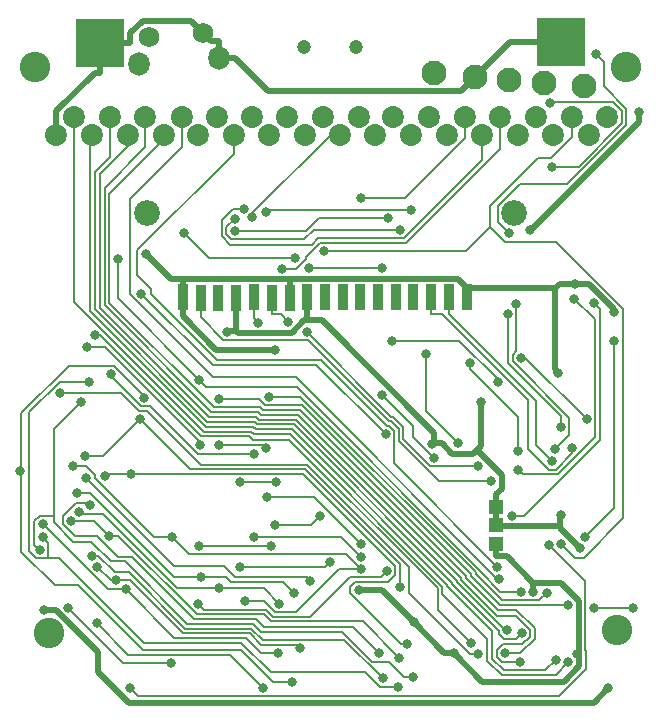
<source format=gbr>
%TF.GenerationSoftware,KiCad,Pcbnew,(6.0.2)*%
%TF.CreationDate,2022-11-15T22:57:49-06:00*%
%TF.ProjectId,REF1714,52454631-3731-4342-9e6b-696361645f70,rev?*%
%TF.SameCoordinates,Original*%
%TF.FileFunction,Copper,L2,Bot*%
%TF.FilePolarity,Positive*%
%FSLAX46Y46*%
G04 Gerber Fmt 4.6, Leading zero omitted, Abs format (unit mm)*
G04 Created by KiCad (PCBNEW (6.0.2)) date 2022-11-15 22:57:49*
%MOMM*%
%LPD*%
G01*
G04 APERTURE LIST*
%TA.AperFunction,ComponentPad*%
%ADD10C,2.100000*%
%TD*%
%TA.AperFunction,ComponentPad*%
%ADD11C,1.860000*%
%TD*%
%TA.AperFunction,ComponentPad*%
%ADD12O,1.800000X2.000000*%
%TD*%
%TA.AperFunction,ComponentPad*%
%ADD13C,1.750000*%
%TD*%
%TA.AperFunction,ComponentPad*%
%ADD14C,1.200000*%
%TD*%
%TA.AperFunction,SMDPad,CuDef*%
%ADD15R,0.950000X2.250000*%
%TD*%
%TA.AperFunction,SMDPad,CuDef*%
%ADD16R,4.170000X4.120000*%
%TD*%
%TA.AperFunction,ComponentPad*%
%ADD17C,2.180000*%
%TD*%
%TA.AperFunction,ComponentPad*%
%ADD18C,2.580000*%
%TD*%
%TA.AperFunction,SMDPad,CuDef*%
%ADD19R,1.300000X1.250000*%
%TD*%
%TA.AperFunction,ViaPad*%
%ADD20C,0.800000*%
%TD*%
%TA.AperFunction,Conductor*%
%ADD21C,0.200000*%
%TD*%
%TA.AperFunction,Conductor*%
%ADD22C,0.500000*%
%TD*%
G04 APERTURE END LIST*
D10*
%TO.P,J2,1,A*%
%TO.N,/GND*%
X163254000Y-70184000D03*
%TO.P,J2,2,B*%
%TO.N,/Switch*%
X166198000Y-70421000D03*
%TO.P,J2,3,C*%
%TO.N,unconnected-(J2-Pad3)*%
X169095000Y-70697000D03*
%TO.P,J2,4,Case_GND*%
%TO.N,unconnected-(J2-Pad4)*%
X159809000Y-69863000D03*
%TO.P,J2,5,Case_GND*%
%TO.N,unconnected-(J2-Pad5)*%
X172509200Y-70935000D03*
%TD*%
D11*
%TO.P,J4,1,+3.3V/+5V*%
%TO.N,/VCC*%
X174476000Y-73571000D03*
%TO.P,J4,2,Clock*%
%TO.N,unconnected-(J4-Pad2)*%
X172929500Y-75079000D03*
%TO.P,J4,3,/WR*%
%TO.N,/Write*%
X171461100Y-73570900D03*
%TO.P,J4,4,/RD*%
%TO.N,/Rd_Game*%
X169913000Y-75077000D03*
%TO.P,J4,5,/CS.ROM*%
%TO.N,/CS.Rom.Game*%
X168443000Y-73571000D03*
%TO.P,J4,6,AD0*%
%TO.N,/AD0*%
X166897000Y-75079000D03*
%TO.P,J4,7,AD1*%
%TO.N,/AD1*%
X165428600Y-73570900D03*
%TO.P,J4,8,AD2*%
%TO.N,/AD2*%
X163879000Y-75078000D03*
%TO.P,J4,9,AD3*%
%TO.N,/AD3*%
X162453000Y-73572000D03*
%TO.P,J4,10,AD4*%
%TO.N,/AD4*%
X160904200Y-75079000D03*
%TO.P,J4,11,AD5*%
%TO.N,/AD5*%
X159396100Y-73570900D03*
%TO.P,J4,12,AD6*%
%TO.N,/AD6*%
X157844000Y-75079000D03*
%TO.P,J4,13,AD7*%
%TO.N,/AD7*%
X156379800Y-73570900D03*
%TO.P,J4,14,AD8*%
%TO.N,/AD8*%
X154830000Y-75079000D03*
%TO.P,J4,15,AD9*%
%TO.N,/AD9*%
X153444000Y-73570000D03*
%TO.P,J4,16,AD10*%
%TO.N,/AD10*%
X151893000Y-75080000D03*
%TO.P,J4,17,AD11*%
%TO.N,/AD11*%
X150423000Y-73571000D03*
%TO.P,J4,18,AD12*%
%TO.N,/AD12*%
X148878000Y-75078000D03*
%TO.P,J4,19,AD13*%
%TO.N,/AD13*%
X147409000Y-73572000D03*
%TO.P,J4,20,AD14*%
%TO.N,/AD14*%
X145861000Y-75080000D03*
%TO.P,J4,21,AD15*%
%TO.N,/AD15*%
X144393000Y-73570000D03*
%TO.P,J4,22,A16*%
%TO.N,/A16*%
X142848000Y-75078000D03*
%TO.P,J4,23,A17*%
%TO.N,/A17*%
X141415000Y-73569000D03*
%TO.P,J4,24,A18*%
%TO.N,/A18*%
X139871000Y-75079000D03*
%TO.P,J4,25,A19*%
%TO.N,/A19*%
X138480000Y-73574000D03*
%TO.P,J4,26,A20*%
%TO.N,/A20*%
X136929000Y-75077000D03*
%TO.P,J4,27,A21*%
%TO.N,/A21*%
X135384000Y-73572000D03*
%TO.P,J4,28,A22*%
%TO.N,/A22*%
X133877000Y-75079000D03*
%TO.P,J4,29,A23*%
%TO.N,/A23*%
X132370000Y-73572000D03*
%TO.P,J4,30,/CS.SRAM*%
%TO.N,/CS.SRAM*%
X130863000Y-75087000D03*
%TO.P,J4,31,/REQ*%
%TO.N,/REQ*%
X129348000Y-73572000D03*
%TO.P,J4,32,GND*%
%TO.N,/GND*%
X127844500Y-75079000D03*
%TD*%
D12*
%TO.P,SW1,1,1*%
%TO.N,unconnected-(SW1-Pad1)*%
X134808000Y-69065000D03*
D13*
%TO.P,SW1,2,2*%
%TO.N,/Button*%
X135711000Y-66809000D03*
%TO.P,SW1,3,3*%
%TO.N,/GND*%
X140278000Y-66491000D03*
D12*
%TO.P,SW1,4,4*%
X141637000Y-68599000D03*
%TD*%
D14*
%TO.P,J1,10*%
%TO.N,N/C*%
X148811000Y-67654000D03*
%TO.P,J1,11*%
X153218000Y-67654000D03*
%TD*%
D15*
%TO.P,U3,1,GND*%
%TO.N,/GND*%
X138529000Y-88869000D03*
%TO.P,U3,2,CLK*%
%TO.N,/NDS.Clk*%
X140046000Y-88875000D03*
%TO.P,U3,3,N/C*%
%TO.N,unconnected-(U3-Pad3)*%
X141552000Y-88878000D03*
%TO.P,U3,4,CS1*%
%TO.N,/VCC*%
X143059000Y-88876000D03*
%TO.P,U3,5,Reset*%
%TO.N,/NDS.Reset*%
X144565000Y-88869000D03*
%TO.P,U3,6,CS2*%
%TO.N,/NDS.CS2*%
X146074000Y-88872000D03*
%TO.P,U3,7,IRQ*%
%TO.N,/GND*%
X147586000Y-88873000D03*
%TO.P,U3,8,VCC*%
%TO.N,/VCC*%
X149089000Y-88867000D03*
%TO.P,U3,9,D0*%
%TO.N,unconnected-(U3-Pad9)*%
X150560000Y-88869000D03*
%TO.P,U3,10,D1*%
%TO.N,unconnected-(U3-Pad10)*%
X152108000Y-88871000D03*
%TO.P,U3,11,D2*%
%TO.N,unconnected-(U3-Pad11)*%
X153577000Y-88870000D03*
%TO.P,U3,12,D3*%
%TO.N,unconnected-(U3-Pad12)*%
X155044000Y-88870000D03*
%TO.P,U3,13,D4*%
%TO.N,unconnected-(U3-Pad13)*%
X156556000Y-88867000D03*
%TO.P,U3,14,D5*%
%TO.N,unconnected-(U3-Pad14)*%
X158058000Y-88871000D03*
%TO.P,U3,15,D6*%
%TO.N,/NDS.D6*%
X159569000Y-88869000D03*
%TO.P,U3,16,D7*%
%TO.N,/NDS.D7*%
X161075000Y-88865000D03*
%TO.P,U3,17,GND*%
%TO.N,/GND*%
X162582000Y-88871000D03*
D16*
%TO.P,U3,18,Mounting_Bracket*%
X131560000Y-67326000D03*
%TO.P,U3,19,Mounting_Bracket*%
X170564000Y-67205000D03*
D17*
%TO.P,U3,20*%
%TO.N,N/C*%
X135516000Y-81730000D03*
%TO.P,U3,21*%
X166590000Y-81734000D03*
%TD*%
D18*
%TO.P,DrillHoles,1*%
%TO.N,N/C*%
X127221000Y-117246000D03*
%TO.P,DrillHoles,2*%
X125993000Y-69391000D03*
%TO.P,DrillHoles,3*%
X176038000Y-69386000D03*
%TO.P,DrillHoles,4*%
X175285900Y-117048700D03*
%TD*%
D19*
%TO.P,C7,1,Pin_1*%
%TO.N,/GND*%
X165077000Y-109720000D03*
%TO.P,C7,2,Pin_2*%
%TO.N,/VCC*%
X165082000Y-108169000D03*
%TO.P,C7,3,Pin_3*%
X165082000Y-106617000D03*
%TD*%
D20*
%TO.N,/SST.A16*%
X128805800Y-115128900D03*
X137583500Y-119808600D03*
%TO.N,/GND*%
X175088500Y-90081000D03*
X158124800Y-116386200D03*
X174562000Y-121953900D03*
X153447800Y-113655400D03*
X168227000Y-113786500D03*
X170330000Y-95228100D03*
X171962800Y-119088800D03*
X161468900Y-118960200D03*
X171764900Y-87702700D03*
X146392000Y-93287600D03*
X135401700Y-85149700D03*
X126798800Y-115313600D03*
%TO.N,/AD15*%
X129936100Y-97679500D03*
X126419800Y-110231300D03*
X158011400Y-120989400D03*
%TO.N,/AD7*%
X131241000Y-116460700D03*
X145355600Y-121923900D03*
%TO.N,/AD14*%
X126687200Y-109168400D03*
X156775000Y-121867800D03*
X130636300Y-96012100D03*
%TO.N,/AD6*%
X132898900Y-112825400D03*
X131314500Y-111672500D03*
X148496400Y-118563900D03*
%TO.N,/AD13*%
X130834300Y-110732600D03*
X155458800Y-121118600D03*
%TO.N,/AD5*%
X126680000Y-108063200D03*
X146639600Y-118995400D03*
X133722500Y-113582600D03*
%TO.N,/AD12*%
X132283400Y-109036100D03*
X156886200Y-119419500D03*
X129116800Y-107792100D03*
%TO.N,/AD4*%
X141638800Y-113462900D03*
X129792600Y-107019500D03*
X146722700Y-114794500D03*
%TO.N,/VCC*%
X159686100Y-101239600D03*
X172189900Y-110115600D03*
X170605700Y-107317800D03*
X163777000Y-97743900D03*
X142298600Y-91756300D03*
%TO.N,/AD11*%
X134137100Y-103813900D03*
X131929200Y-103978200D03*
X157522300Y-118217500D03*
%TO.N,/AD3*%
X129555900Y-105442500D03*
X140066900Y-112561400D03*
X153661300Y-80443000D03*
X147979500Y-113875800D03*
%TO.N,/AD10*%
X155197400Y-118996700D03*
X130655700Y-106423600D03*
X144422300Y-82079800D03*
%TO.N,/AD2*%
X130379500Y-104148600D03*
X143717900Y-81370000D03*
X149344500Y-112871000D03*
%TO.N,/AD9*%
X130263200Y-102317500D03*
X156922400Y-113393200D03*
X134919800Y-99153000D03*
%TO.N,/AD1*%
X137629500Y-109173500D03*
X143832400Y-114597000D03*
X129251200Y-103151600D03*
X146942300Y-86437400D03*
X153644400Y-111848000D03*
%TO.N,/AD8*%
X124798800Y-103536500D03*
X147816000Y-121434800D03*
X135266900Y-97352600D03*
%TO.N,/AD0*%
X144545700Y-109143900D03*
X144545700Y-102152400D03*
X155879000Y-82140000D03*
X142930200Y-83201800D03*
X153651600Y-110847800D03*
X132436700Y-95373500D03*
%TO.N,/SST.OE*%
X142958700Y-82201600D03*
X156934200Y-83117800D03*
%TO.N,/SST.CE*%
X145575800Y-81594700D03*
X157906400Y-81433000D03*
%TO.N,/SST.A0*%
X135039100Y-88548500D03*
X155711800Y-100463600D03*
%TO.N,/SST.A17*%
X145695100Y-105779800D03*
X153628100Y-109768500D03*
%TO.N,/SST.A18*%
X151022400Y-111280700D03*
X143406900Y-104514000D03*
X143406900Y-111710500D03*
X146395700Y-104514000D03*
%TO.N,/SST.WE*%
X167218000Y-93997000D03*
X145633300Y-101649400D03*
X141648500Y-101378900D03*
X172730500Y-99177500D03*
X173329300Y-115198700D03*
X156234100Y-92526700D03*
X141648500Y-97433800D03*
X165201600Y-96013400D03*
X171188800Y-114891700D03*
X176627200Y-115198700D03*
%TO.N,/SST.A11*%
X146364400Y-108153800D03*
X150157200Y-107355600D03*
%TO.N,/SST.A13*%
X139890500Y-109878000D03*
X149230200Y-86366200D03*
X155395800Y-86366200D03*
X155395800Y-97126500D03*
X159837600Y-102439600D03*
X140011400Y-101320200D03*
X138659600Y-83418700D03*
X130440400Y-93052700D03*
X148047400Y-85553400D03*
X145989600Y-109878000D03*
%TO.N,/USB.VBUS*%
X167931400Y-83185000D03*
X177132700Y-73144300D03*
%TO.N,/Cy.D-*%
X173570800Y-68295900D03*
X166129600Y-83448900D03*
%TO.N,/Cy.D+*%
X169617300Y-72398300D03*
X169814500Y-77782000D03*
%TO.N,/NDS.Clk*%
X164670200Y-104445900D03*
%TO.N,/NDS.Reset*%
X144943900Y-90991900D03*
X169354200Y-113872900D03*
X145823600Y-97311000D03*
%TO.N,/NDS.CS2*%
X149031900Y-91786900D03*
X163569900Y-103143800D03*
X147480700Y-90915300D03*
%TO.N,/NDS.D6*%
X171527400Y-101582900D03*
%TO.N,/NDS.D7*%
X169807300Y-102745100D03*
%TO.N,/Cy.P1-1*%
X166084100Y-90237800D03*
X170528900Y-99846700D03*
%TO.N,/Cy.P1-3*%
X166728400Y-89428400D03*
X170020400Y-101735600D03*
%TO.N,/Cy.P1-2*%
X162828100Y-94400000D03*
X166911200Y-101856100D03*
%TO.N,/Cy.P1-0*%
X166918900Y-103452600D03*
X171672500Y-88966800D03*
%TO.N,/Rd_Game*%
X173376200Y-89351900D03*
X166432400Y-107337400D03*
%TO.N,/CS.Rom.Game*%
X159141800Y-93652000D03*
X161855900Y-101209600D03*
%TO.N,/Rd_Sys*%
X155817200Y-112051800D03*
X139821700Y-114803200D03*
%TO.N,/CS.Rom.Sys*%
X134043900Y-121956000D03*
X169531800Y-109829400D03*
%TO.N,/Write*%
X170603600Y-109755500D03*
X150470700Y-84971400D03*
%TO.N,/Switch*%
X172625900Y-109128500D03*
X175087600Y-92536500D03*
%TO.N,/Button*%
X167177500Y-113783800D03*
X133019800Y-85637400D03*
X139916900Y-95814400D03*
%TO.N,/A23*%
X167226700Y-117284000D03*
%TO.N,/A22*%
X166030000Y-117049300D03*
%TO.N,/A21*%
X167055700Y-119735400D03*
%TO.N,/A20*%
X165843200Y-119003600D03*
%TO.N,/A19*%
X165359500Y-112699800D03*
%TO.N,/A18*%
X128171500Y-96973200D03*
X163500700Y-119039500D03*
%TO.N,/A17*%
X162977500Y-118148200D03*
X131140500Y-92069400D03*
%TO.N,/A16*%
X165190000Y-111699600D03*
%TO.N,/REQ*%
X171191800Y-119773000D03*
%TO.N,/CS.SRAM*%
X170103100Y-119573000D03*
%TD*%
D21*
%TO.N,/SST.A16*%
X128805800Y-115128900D02*
X133485500Y-119808600D01*
X133485500Y-119808600D02*
X137583500Y-119808600D01*
D22*
%TO.N,/GND*%
X172929300Y-87702700D02*
X175088400Y-89861800D01*
X162637700Y-88092200D02*
X161835200Y-87289800D01*
X170055100Y-88092200D02*
X170055100Y-94953200D01*
X158124800Y-116386200D02*
X160698800Y-118960200D01*
X161835200Y-87289800D02*
X147594100Y-87289800D01*
X155394000Y-113655400D02*
X153447800Y-113655400D01*
X175088400Y-89861800D02*
X175088400Y-90081000D01*
X173327100Y-123188800D02*
X174562000Y-121953900D01*
X171764900Y-87702700D02*
X170444600Y-87702700D01*
X137545900Y-87293900D02*
X135401700Y-85149700D01*
X168028900Y-67205000D02*
X166233000Y-67205000D01*
X161468900Y-118960200D02*
X163894400Y-121385700D01*
X141637000Y-68599000D02*
X141637000Y-67148900D01*
X170527100Y-113020200D02*
X168227000Y-113020200D01*
X147586000Y-87297900D02*
X147582000Y-87293900D01*
X135165600Y-65422800D02*
X139209800Y-65422800D01*
X171764900Y-87702700D02*
X172929300Y-87702700D01*
X127787500Y-115313600D02*
X131399400Y-118925500D01*
X131560000Y-67326000D02*
X134095100Y-67326000D01*
X131560000Y-67326000D02*
X131560000Y-69836100D01*
X139209800Y-65422800D02*
X140278000Y-66491000D01*
X138529000Y-88869000D02*
X138529000Y-90444100D01*
X162074800Y-71363200D02*
X163254000Y-70184000D01*
X126798800Y-115313600D02*
X127787500Y-115313600D01*
X172059300Y-114552400D02*
X170527100Y-113020200D01*
X138529000Y-87293900D02*
X137545900Y-87293900D01*
X160698800Y-118960200D02*
X161468900Y-118960200D01*
X145751300Y-71363200D02*
X162074800Y-71363200D01*
X172059300Y-119088800D02*
X172059300Y-114552400D01*
X146392000Y-93287600D02*
X141372500Y-93287600D01*
X127844500Y-75079000D02*
X127844500Y-73081000D01*
X170444600Y-87702700D02*
X170055100Y-88092200D01*
X162582000Y-88871000D02*
X162582000Y-88147900D01*
X158124800Y-116386200D02*
X155394000Y-113655400D01*
X131399400Y-120580100D02*
X134008100Y-123188800D01*
X140278000Y-66491000D02*
X140935900Y-67148900D01*
X127844500Y-73081000D02*
X131089400Y-69836100D01*
X147582000Y-87293900D02*
X138529000Y-87293900D01*
X147594100Y-87289800D02*
X147586000Y-87297900D01*
X134095100Y-67326000D02*
X134095100Y-66493300D01*
X165077000Y-109720000D02*
X165077000Y-110795100D01*
X170055100Y-94953200D02*
X170330000Y-95228100D01*
X141372500Y-93287600D02*
X138529000Y-90444100D01*
X166233000Y-67205000D02*
X163254000Y-70184000D01*
X170781500Y-121385700D02*
X172059300Y-120107900D01*
X131399400Y-118925500D02*
X131399400Y-120580100D01*
X134008100Y-123188800D02*
X173327100Y-123188800D01*
X141637000Y-68599000D02*
X142987100Y-68599000D01*
X140935900Y-67148900D02*
X141637000Y-67148900D01*
X170055100Y-88092200D02*
X162637700Y-88092200D01*
X171962800Y-119088800D02*
X172059300Y-119088800D01*
X134095100Y-66493300D02*
X135165600Y-65422800D01*
X147586000Y-88873000D02*
X147586000Y-87297900D01*
X131089400Y-69836100D02*
X131560000Y-69836100D01*
X163894400Y-121385700D02*
X170781500Y-121385700D01*
X142987100Y-68599000D02*
X145751300Y-71363200D01*
X138529000Y-88869000D02*
X138529000Y-87293900D01*
X168227000Y-113786500D02*
X168227000Y-113020200D01*
X172059300Y-120107900D02*
X172059300Y-119088800D01*
X175088400Y-90081000D02*
X175088500Y-90081000D01*
X162637700Y-88092200D02*
X162582000Y-88147900D01*
X170564000Y-67205000D02*
X168028900Y-67205000D01*
X166001900Y-110795100D02*
X165077000Y-110795100D01*
X168227000Y-113020200D02*
X166001900Y-110795100D01*
D21*
%TO.N,/AD15*%
X129283400Y-109532000D02*
X127608800Y-107857400D01*
X127608800Y-107330400D02*
X127608800Y-100006800D01*
X154603000Y-119696900D02*
X152059800Y-117153700D01*
X157295500Y-120989400D02*
X156003000Y-119696900D01*
X127608800Y-107330400D02*
X126422700Y-107330400D01*
X127608800Y-107857400D02*
X127608800Y-107330400D01*
X138900600Y-116497500D02*
X133612600Y-111209500D01*
X158011400Y-120989400D02*
X157295500Y-120989400D01*
X125979800Y-107773300D02*
X125979800Y-109791300D01*
X156003000Y-119696900D02*
X154603000Y-119696900D01*
X127608800Y-100006800D02*
X129936100Y-97679500D01*
X133612600Y-111209500D02*
X132474200Y-111209500D01*
X132474200Y-111209500D02*
X130796700Y-109532000D01*
X145183700Y-117153700D02*
X144527500Y-116497500D01*
X130796700Y-109532000D02*
X129283400Y-109532000D01*
X125979800Y-109791300D02*
X126419800Y-110231300D01*
X126422700Y-107330400D02*
X125979800Y-107773300D01*
X152059800Y-117153700D02*
X145183700Y-117153700D01*
X144527500Y-116497500D02*
X138900600Y-116497500D01*
%TO.N,/AD7*%
X131241000Y-116460700D02*
X133888700Y-119108400D01*
X133888700Y-119108400D02*
X142540100Y-119108400D01*
X142540100Y-119108400D02*
X145355600Y-121923900D01*
%TO.N,/AD14*%
X156775000Y-121867800D02*
X155208000Y-121867800D01*
X128071300Y-110939700D02*
X127159900Y-110939700D01*
X135229500Y-118097900D02*
X128071300Y-110939700D01*
X145993500Y-120598100D02*
X143493300Y-118097900D01*
X125539200Y-98592000D02*
X128119100Y-96012100D01*
X126117900Y-110939700D02*
X125539200Y-110361000D01*
X127159900Y-109641100D02*
X126687200Y-109168400D01*
X125539200Y-110361000D02*
X125539200Y-98592000D01*
X143493300Y-118097900D02*
X135229500Y-118097900D01*
X155208000Y-121867800D02*
X153938300Y-120598100D01*
X128119100Y-96012100D02*
X130636300Y-96012100D01*
X153938300Y-120598100D02*
X145993500Y-120598100D01*
X127159900Y-110939700D02*
X126117900Y-110939700D01*
X127159900Y-110939700D02*
X127159900Y-109641100D01*
%TO.N,/AD6*%
X148227700Y-118295200D02*
X148496400Y-118563900D01*
X132898900Y-112825400D02*
X134096900Y-112825400D01*
X145193500Y-118295200D02*
X148227700Y-118295200D01*
X131314500Y-111672500D02*
X132467400Y-112825400D01*
X138569200Y-117297700D02*
X144196000Y-117297700D01*
X132467400Y-112825400D02*
X132898900Y-112825400D01*
X144196000Y-117297700D02*
X145193500Y-118295200D01*
X134096900Y-112825400D02*
X138569200Y-117297700D01*
%TO.N,/AD13*%
X144361700Y-116897600D02*
X138734900Y-116897600D01*
X132797900Y-112125300D02*
X131405200Y-110732600D01*
X155458800Y-121118600D02*
X152200900Y-117860700D01*
X133962600Y-112125300D02*
X132797900Y-112125300D01*
X152200900Y-117860600D02*
X145324700Y-117860600D01*
X152200900Y-117860700D02*
X152200900Y-117860600D01*
X145324700Y-117860600D02*
X144361700Y-116897600D01*
X131405200Y-110732600D02*
X130834300Y-110732600D01*
X138734900Y-116897600D02*
X133962600Y-112125300D01*
%TO.N,/AD5*%
X143858800Y-117697800D02*
X137837700Y-117697800D01*
X126680000Y-108063200D02*
X132199400Y-113582600D01*
X132199400Y-113582600D02*
X133722500Y-113582600D01*
X145156400Y-118995400D02*
X143858800Y-117697800D01*
X146639600Y-118995400D02*
X145156400Y-118995400D01*
X137837700Y-117697800D02*
X133722500Y-113582600D01*
%TO.N,/AD12*%
X133046700Y-109036100D02*
X132283400Y-109036100D01*
X139707900Y-115697300D02*
X133046700Y-109036100D01*
X153761500Y-116294800D02*
X146022100Y-116294800D01*
X146022100Y-116294800D02*
X145424600Y-115697300D01*
X156886200Y-119419500D02*
X153761500Y-116294800D01*
X129116800Y-107792100D02*
X131039400Y-107792100D01*
X145424600Y-115697300D02*
X139707900Y-115697300D01*
X131039400Y-107792100D02*
X132283400Y-109036100D01*
%TO.N,/AD4*%
X141638800Y-113462900D02*
X138039300Y-113462900D01*
X138039300Y-113462900D02*
X131756100Y-107179700D01*
X141638800Y-113462900D02*
X145391100Y-113462900D01*
X129952800Y-107179700D02*
X129792600Y-107019500D01*
X131756100Y-107179700D02*
X129952800Y-107179700D01*
X145391100Y-113462900D02*
X146722700Y-114794500D01*
D22*
%TO.N,/VCC*%
X159817700Y-101200500D02*
X159817700Y-100305900D01*
X143059000Y-91690600D02*
X142364300Y-91690600D01*
X143059000Y-91690600D02*
X143059000Y-90451100D01*
X159817700Y-101200500D02*
X159778600Y-101239600D01*
X163433800Y-101802700D02*
X163156900Y-102079600D01*
X165168400Y-108255400D02*
X170457600Y-108255400D01*
X159817700Y-100305900D02*
X150305000Y-90793200D01*
X165082000Y-106617000D02*
X165082000Y-105541900D01*
X160458600Y-101200500D02*
X159817700Y-101200500D01*
X165082000Y-106617000D02*
X165082000Y-107692100D01*
X170457600Y-107465900D02*
X170605700Y-107317800D01*
X163777000Y-97743900D02*
X163777000Y-101459500D01*
X143210500Y-91842100D02*
X143059000Y-91690600D01*
X165082000Y-108169000D02*
X165168400Y-108255400D01*
X163433800Y-101802700D02*
X165532200Y-103901200D01*
X148805300Y-90793200D02*
X147756400Y-91842100D01*
X163777000Y-101459500D02*
X163433800Y-101802700D01*
X170457600Y-108383300D02*
X172189900Y-110115600D01*
X147756400Y-91842100D02*
X143210500Y-91842100D01*
X159778600Y-101239600D02*
X159686100Y-101239600D01*
X143059000Y-88876000D02*
X143059000Y-90451100D01*
X165532200Y-103901200D02*
X165532200Y-105091700D01*
X161337700Y-102079600D02*
X160458600Y-101200500D01*
X163156900Y-102079600D02*
X161337700Y-102079600D01*
X170457600Y-108255400D02*
X170457600Y-108383300D01*
X165532200Y-105091700D02*
X165082000Y-105541900D01*
X149089000Y-90793200D02*
X149089000Y-90442100D01*
X150305000Y-90793200D02*
X149089000Y-90793200D01*
X165082000Y-107692100D02*
X165082000Y-108169000D01*
X142364300Y-91690600D02*
X142298600Y-91756300D01*
X149089000Y-90793200D02*
X148805300Y-90793200D01*
X170457600Y-108255400D02*
X170457600Y-107465900D01*
X149089000Y-88867000D02*
X149089000Y-90442100D01*
D21*
%TO.N,/AD11*%
X134137100Y-103813900D02*
X148737100Y-103813900D01*
X132093500Y-103813900D02*
X134137100Y-103813900D01*
X152692100Y-113912600D02*
X156997000Y-118217500D01*
X155910700Y-112948400D02*
X153139700Y-112948400D01*
X148737100Y-103813900D02*
X156517300Y-111594100D01*
X152692100Y-113396000D02*
X152692100Y-113912600D01*
X156517300Y-112341800D02*
X155910700Y-112948400D01*
X153139700Y-112948400D02*
X152692100Y-113396000D01*
X131929200Y-103978200D02*
X132093500Y-103813900D01*
X156997000Y-118217500D02*
X157522300Y-118217500D01*
X156517300Y-111594100D02*
X156517300Y-112341800D01*
%TO.N,/AD3*%
X142190700Y-112561400D02*
X140066900Y-112561400D01*
X137793500Y-112561400D02*
X130674600Y-105442500D01*
X142590800Y-112961500D02*
X142190700Y-112561400D01*
X130674600Y-105442500D02*
X129555900Y-105442500D01*
X140066900Y-112561400D02*
X137793500Y-112561400D01*
X162453000Y-75340300D02*
X157350300Y-80443000D01*
X157350300Y-80443000D02*
X153661300Y-80443000D01*
X147979500Y-113875800D02*
X147065200Y-112961500D01*
X162453000Y-73572000D02*
X162453000Y-75340300D01*
X147065200Y-112961500D02*
X142590800Y-112961500D01*
%TO.N,/AD10*%
X144422300Y-81758200D02*
X144422300Y-82079800D01*
X129514500Y-106297600D02*
X130529700Y-106297600D01*
X133066500Y-110809300D02*
X131318400Y-109061200D01*
X144775700Y-116097400D02*
X139493600Y-116097400D01*
X128416600Y-107395500D02*
X129514500Y-106297600D01*
X139493600Y-116097400D02*
X134205500Y-110809300D01*
X145431800Y-116753500D02*
X144775700Y-116097400D01*
X151100500Y-75080000D02*
X144422300Y-81758200D01*
X134205500Y-110809300D02*
X133066500Y-110809300D01*
X128416600Y-108082000D02*
X128416600Y-107395500D01*
X152954200Y-116753500D02*
X145431800Y-116753500D01*
X130529700Y-106297600D02*
X130655700Y-106423600D01*
X151893000Y-75080000D02*
X151100500Y-75080000D01*
X129395800Y-109061200D02*
X128416600Y-108082000D01*
X131318400Y-109061200D02*
X129395800Y-109061200D01*
X155197400Y-118996700D02*
X152954200Y-116753500D01*
%TO.N,/AD2*%
X141830000Y-82340300D02*
X141830000Y-83657400D01*
X142003900Y-111608600D02*
X137839500Y-111608600D01*
X157235700Y-83871200D02*
X163879000Y-77227900D01*
X142956700Y-112561400D02*
X142003900Y-111608600D01*
X137839500Y-111608600D02*
X130379500Y-104148600D01*
X143717900Y-81370000D02*
X142800300Y-81370000D01*
X149344500Y-112871000D02*
X149034900Y-112561400D01*
X149496800Y-84389600D02*
X150015200Y-83871200D01*
X149034900Y-112561400D02*
X142956700Y-112561400D01*
X150015200Y-83871200D02*
X157235700Y-83871200D01*
X142562200Y-84389600D02*
X149496800Y-84389600D01*
X141830000Y-83657400D02*
X142562200Y-84389600D01*
X163879000Y-77227900D02*
X163879000Y-75078000D01*
X142800300Y-81370000D02*
X141830000Y-82340300D01*
%TO.N,/AD9*%
X139180600Y-103413800D02*
X134919800Y-99153000D01*
X148902800Y-103413800D02*
X139180600Y-103413800D01*
X156922400Y-113393200D02*
X156922400Y-111433400D01*
X134919800Y-99153000D02*
X131755300Y-102317500D01*
X156922400Y-111433400D02*
X148902800Y-103413800D01*
X131755300Y-102317500D02*
X130263200Y-102317500D01*
%TO.N,/AD1*%
X143832400Y-114597000D02*
X145455900Y-114597000D01*
X151774900Y-111848000D02*
X153644400Y-111848000D01*
X137629500Y-109173500D02*
X136076300Y-109173500D01*
X148169000Y-86437400D02*
X146942300Y-86437400D01*
X131079600Y-103858600D02*
X130372600Y-103151600D01*
X148999900Y-85606500D02*
X148169000Y-86437400D01*
X146353500Y-115494600D02*
X148128300Y-115494600D01*
X148999900Y-85452200D02*
X148999900Y-85606500D01*
X145455900Y-114597000D02*
X146353500Y-115494600D01*
X152376400Y-110580000D02*
X139036000Y-110580000D01*
X150180800Y-84271300D02*
X148999900Y-85452200D01*
X153644400Y-111848000D02*
X152376400Y-110580000D01*
X165428600Y-76285500D02*
X157442800Y-84271300D01*
X131079600Y-104176800D02*
X131079600Y-103858600D01*
X165428600Y-73570900D02*
X165428600Y-76285500D01*
X148128300Y-115494600D02*
X151774900Y-111848000D01*
X139036000Y-110580000D02*
X137629500Y-109173500D01*
X157442800Y-84271300D02*
X150180800Y-84271300D01*
X130372600Y-103151600D02*
X129251200Y-103151600D01*
X136076300Y-109173500D02*
X131079600Y-104176800D01*
%TO.N,/AD8*%
X135266900Y-97352600D02*
X135266900Y-97213600D01*
X147816000Y-121434800D02*
X146196100Y-121434800D01*
X124883900Y-103536500D02*
X124798800Y-103536500D01*
X135266900Y-97213600D02*
X132725100Y-94671800D01*
X135165000Y-118698100D02*
X129663900Y-113197000D01*
X127699600Y-113197000D02*
X124883900Y-110381300D01*
X143459400Y-118698100D02*
X135165000Y-118698100D01*
X128893500Y-94671800D02*
X124883900Y-98681400D01*
X132725100Y-94671800D02*
X128893500Y-94671800D01*
X146196100Y-121434800D02*
X143459400Y-118698100D01*
X129663900Y-113197000D02*
X127699600Y-113197000D01*
X124883900Y-110381300D02*
X124883900Y-103536500D01*
X124883900Y-98681400D02*
X124883900Y-103536500D01*
%TO.N,/AD0*%
X134977000Y-98052700D02*
X132436700Y-95512400D01*
X151947700Y-109143900D02*
X144545700Y-109143900D01*
X153651600Y-110847800D02*
X151947700Y-109143900D01*
X139853600Y-102152400D02*
X135753900Y-98052700D01*
X148987100Y-83201800D02*
X142930200Y-83201800D01*
X135753900Y-98052700D02*
X134977000Y-98052700D01*
X132436700Y-95512400D02*
X132436700Y-95373500D01*
X150048900Y-82140000D02*
X148987100Y-83201800D01*
X144545700Y-102152400D02*
X139853600Y-102152400D01*
X155879000Y-82140000D02*
X150048900Y-82140000D01*
%TO.N,/SST.OE*%
X142940400Y-82201600D02*
X142230100Y-82911900D01*
X142230100Y-82911900D02*
X142230100Y-83491700D01*
X142230100Y-83491700D02*
X142665700Y-83927300D01*
X142665700Y-83927300D02*
X148827400Y-83927300D01*
X149636900Y-83117800D02*
X156934200Y-83117800D01*
X148827400Y-83927300D02*
X149636900Y-83117800D01*
X142958700Y-82201600D02*
X142940400Y-82201600D01*
%TO.N,/SST.CE*%
X145575800Y-81594700D02*
X145737500Y-81433000D01*
X145737500Y-81433000D02*
X157906400Y-81433000D01*
%TO.N,/SST.A0*%
X141107000Y-94616400D02*
X135039100Y-88548500D01*
X155711800Y-100463600D02*
X149864600Y-94616400D01*
X149864600Y-94616400D02*
X141107000Y-94616400D01*
%TO.N,/SST.A17*%
X149639400Y-105779800D02*
X153628100Y-109768500D01*
X145695100Y-105779800D02*
X149639400Y-105779800D01*
%TO.N,/SST.A18*%
X146395700Y-104514000D02*
X143406900Y-104514000D01*
X150592600Y-111710500D02*
X151022400Y-111280700D01*
X143406900Y-111710500D02*
X150592600Y-111710500D01*
%TO.N,/SST.WE*%
X172730500Y-99177500D02*
X167550000Y-93997000D01*
X161947000Y-92526700D02*
X165201500Y-95781200D01*
X165201500Y-95781200D02*
X165201500Y-96013400D01*
X156234100Y-92526700D02*
X161947000Y-92526700D01*
X162929800Y-112445800D02*
X165375700Y-114891700D01*
X144956400Y-97433800D02*
X145533700Y-98011100D01*
X145533700Y-98011100D02*
X148621300Y-98011100D01*
X141648500Y-97433800D02*
X144956400Y-97433800D01*
X165375700Y-114891700D02*
X171188800Y-114891700D01*
X141648500Y-101378900D02*
X145362800Y-101378900D01*
X165201500Y-96013400D02*
X165201600Y-96013400D01*
X176627200Y-115198700D02*
X173329300Y-115198700D01*
X167550000Y-93997000D02*
X167218000Y-93997000D01*
X145362800Y-101378900D02*
X145633300Y-101649400D01*
X162929800Y-112319600D02*
X162929800Y-112445800D01*
X148621300Y-98011100D02*
X162929800Y-112319600D01*
%TO.N,/SST.A11*%
X149359000Y-108153800D02*
X146364400Y-108153800D01*
X150157200Y-107355600D02*
X149359000Y-108153800D01*
%TO.N,/SST.A13*%
X158059200Y-99789900D02*
X155395800Y-97126500D01*
X158059200Y-100661200D02*
X158059200Y-99789900D01*
X159837600Y-102439600D02*
X158059200Y-100661200D01*
X140011400Y-101107000D02*
X131957100Y-93052700D01*
X148047400Y-85553400D02*
X140794300Y-85553400D01*
X131957100Y-93052700D02*
X130440400Y-93052700D01*
X140794300Y-85553400D02*
X138659600Y-83418700D01*
X139890500Y-109878000D02*
X145989600Y-109878000D01*
X140011400Y-101320200D02*
X140011400Y-101107000D01*
X149230200Y-86366200D02*
X155395800Y-86366200D01*
D22*
%TO.N,/USB.VBUS*%
X167931400Y-83185000D02*
X167995000Y-83185000D01*
X167995000Y-83185000D02*
X177132700Y-74047300D01*
X177132700Y-74047300D02*
X177132700Y-73144300D01*
D21*
%TO.N,/Cy.D-*%
X174193900Y-70976400D02*
X174193900Y-68919000D01*
X174193900Y-68919000D02*
X173570800Y-68295900D01*
X165199800Y-81156300D02*
X167054200Y-79301900D01*
X176106300Y-72888800D02*
X174193900Y-70976400D01*
X176106300Y-74295700D02*
X176106300Y-72888800D01*
X165199800Y-82519100D02*
X165199800Y-81156300D01*
X171100100Y-79301900D02*
X176106300Y-74295700D01*
X167054200Y-79301900D02*
X171100100Y-79301900D01*
X166129600Y-83448900D02*
X165199800Y-82519100D01*
%TO.N,/Cy.D+*%
X172054200Y-77782000D02*
X175706200Y-74130000D01*
X169814500Y-77782000D02*
X172054200Y-77782000D01*
X175706200Y-74130000D02*
X175706200Y-73054400D01*
X174992500Y-72340700D02*
X169674900Y-72340700D01*
X175706200Y-73054400D02*
X174992500Y-72340700D01*
X169674900Y-72340700D02*
X169617300Y-72398300D01*
%TO.N,/NDS.Clk*%
X140046000Y-90550500D02*
X140046000Y-90300100D01*
X149126500Y-92491800D02*
X141987300Y-92491800D01*
X160215200Y-104445900D02*
X156812000Y-101042700D01*
X140046000Y-88875000D02*
X140046000Y-90300100D01*
X155998100Y-99363400D02*
X149126500Y-92491800D01*
X156167500Y-99363400D02*
X155998100Y-99363400D01*
X156812000Y-101042700D02*
X156812000Y-100007900D01*
X156812000Y-100007900D02*
X156167500Y-99363400D01*
X141987300Y-92491800D02*
X140046000Y-90550500D01*
X164670200Y-104445900D02*
X160215200Y-104445900D01*
%TO.N,/NDS.Reset*%
X163330000Y-112280100D02*
X165536600Y-114486700D01*
X145823600Y-97311000D02*
X148487200Y-97311000D01*
X168740400Y-114486700D02*
X169354200Y-113872900D01*
X163330000Y-112153800D02*
X163330000Y-112280100D01*
X165536600Y-114486700D02*
X168740400Y-114486700D01*
X144565000Y-88869000D02*
X144565000Y-90613000D01*
X144565000Y-90613000D02*
X144943900Y-90991900D01*
X148487200Y-97311000D02*
X163330000Y-112153800D01*
%TO.N,/NDS.CS2*%
X163569900Y-103143800D02*
X159499700Y-103143800D01*
X146074000Y-88872000D02*
X146074000Y-90297100D01*
X159499700Y-103143800D02*
X157224200Y-100868300D01*
X156333200Y-98963300D02*
X156208300Y-98963300D01*
X156208300Y-98963300D02*
X149031900Y-91786900D01*
X157224200Y-100868300D02*
X157224200Y-99854300D01*
X146862500Y-90297100D02*
X147480700Y-90915300D01*
X146074000Y-90297100D02*
X146862500Y-90297100D01*
X157224200Y-99854300D02*
X156333200Y-98963300D01*
%TO.N,/NDS.D6*%
X167768500Y-101696300D02*
X169517500Y-103445300D01*
X159569000Y-90294100D02*
X160513100Y-90294100D01*
X167768500Y-97549500D02*
X167768500Y-101696300D01*
X171527400Y-102057800D02*
X171527400Y-101582900D01*
X160513100Y-90294100D02*
X167768500Y-97549500D01*
X169517500Y-103445300D02*
X170139900Y-103445300D01*
X159569000Y-88869000D02*
X159569000Y-90294100D01*
X170139900Y-103445300D02*
X171527400Y-102057800D01*
%TO.N,/NDS.D7*%
X168431100Y-101368900D02*
X168431100Y-97646200D01*
X161075000Y-88865000D02*
X161075000Y-90290100D01*
X169807300Y-102745100D02*
X168431100Y-101368900D01*
X168431100Y-97646200D02*
X161075000Y-90290100D01*
%TO.N,/Cy.P1-1*%
X170528900Y-98863900D02*
X166084100Y-94419100D01*
X166084100Y-94419100D02*
X166084100Y-90237800D01*
X170528900Y-99846700D02*
X170528900Y-98863900D01*
%TO.N,/Cy.P1-3*%
X166512400Y-93709000D02*
X166798800Y-93422600D01*
X166798800Y-93422600D02*
X166798800Y-89498800D01*
X166512400Y-94281600D02*
X166512400Y-93709000D01*
X170020400Y-101735600D02*
X171272800Y-100483200D01*
X171272800Y-99042000D02*
X166512400Y-94281600D01*
X166798800Y-89498800D02*
X166728400Y-89428400D01*
X171272800Y-100483200D02*
X171272800Y-99042000D01*
%TO.N,/Cy.P1-2*%
X162828100Y-94946500D02*
X162828100Y-94400000D01*
X166911200Y-99029600D02*
X162828100Y-94946500D01*
X166911200Y-101856100D02*
X166911200Y-99029600D01*
%TO.N,/Cy.P1-0*%
X166918900Y-103452600D02*
X167320200Y-103853900D01*
X173430800Y-100720400D02*
X173430800Y-90725100D01*
X170297300Y-103853900D02*
X173430800Y-100720400D01*
X173430800Y-90725100D02*
X171672500Y-88966800D01*
X167320200Y-103853900D02*
X170297300Y-103853900D01*
%TO.N,/Rd_Game*%
X167472500Y-107337400D02*
X173877300Y-100932600D01*
X173877300Y-89853000D02*
X173376200Y-89351900D01*
X173877300Y-100932600D02*
X173877300Y-89853000D01*
X166432400Y-107337400D02*
X167472500Y-107337400D01*
%TO.N,/CS.Rom.Game*%
X159141800Y-98495500D02*
X161855900Y-101209600D01*
X159141800Y-93652000D02*
X159141800Y-98495500D01*
%TO.N,/Rd_Sys*%
X155817200Y-112051800D02*
X155320800Y-112548200D01*
X149345800Y-115894700D02*
X146187800Y-115894700D01*
X140315700Y-115297200D02*
X139821700Y-114803200D01*
X146187800Y-115894700D02*
X145590300Y-115297200D01*
X152692300Y-112548200D02*
X149345800Y-115894700D01*
X155320800Y-112548200D02*
X152692300Y-112548200D01*
X145590300Y-115297200D02*
X140315700Y-115297200D01*
%TO.N,/CS.Rom.Sys*%
X172609500Y-112907100D02*
X169531800Y-109829400D01*
X172662900Y-120361100D02*
X172662900Y-118798800D01*
X172609500Y-118745400D02*
X172609500Y-112907100D01*
X170398700Y-122625300D02*
X172662900Y-120361100D01*
X134043900Y-121956000D02*
X134713200Y-122625300D01*
X172662900Y-118798800D02*
X172609500Y-118745400D01*
X134713200Y-122625300D02*
X170398700Y-122625300D01*
%TO.N,/Write*%
X164574000Y-81145600D02*
X164574000Y-82883300D01*
X175825000Y-107547500D02*
X172487000Y-110885500D01*
X164574000Y-82883300D02*
X162485900Y-84971400D01*
X169683700Y-77081900D02*
X168637700Y-77081900D01*
X162485900Y-84971400D02*
X150470700Y-84971400D01*
X168637700Y-77081900D02*
X164574000Y-81145600D01*
X172487000Y-110885500D02*
X171733600Y-110885500D01*
X171461100Y-75304500D02*
X169683700Y-77081900D01*
X171733600Y-110885500D02*
X170603600Y-109755500D01*
X175825000Y-89820400D02*
X175825000Y-107547500D01*
X171461100Y-73570900D02*
X171461100Y-75304500D01*
X165851200Y-84160500D02*
X170165100Y-84160500D01*
X170165100Y-84160500D02*
X175825000Y-89820400D01*
X164574000Y-82883300D02*
X165851200Y-84160500D01*
%TO.N,/Switch*%
X175087600Y-92536500D02*
X175087600Y-106666800D01*
X175087600Y-106666800D02*
X172625900Y-109128500D01*
%TO.N,/Button*%
X163730100Y-111988100D02*
X163730100Y-112068900D01*
X165445000Y-113783800D02*
X167177500Y-113783800D01*
X139916900Y-95814400D02*
X140536600Y-96434100D01*
X133019800Y-85637400D02*
X133019800Y-88917300D01*
X163730100Y-112068900D02*
X165445000Y-113783800D01*
X140536600Y-96434100D02*
X148176100Y-96434100D01*
X148176100Y-96434100D02*
X163730100Y-111988100D01*
X133019800Y-88917300D02*
X139916900Y-95814400D01*
%TO.N,/A23*%
X144643700Y-99384300D02*
X144870900Y-99611500D01*
X161329400Y-113011400D02*
X161329400Y-113130300D01*
X131098200Y-78256700D02*
X131098200Y-89882700D01*
X131098200Y-89882700D02*
X140599800Y-99384300D01*
X132370000Y-76984900D02*
X131098200Y-78256700D01*
X140599800Y-99384300D02*
X144643700Y-99384300D01*
X165740100Y-117749400D02*
X166761300Y-117749400D01*
X161329400Y-113130300D02*
X165329900Y-117130800D01*
X165329900Y-117339200D02*
X165740100Y-117749400D01*
X165329900Y-117130800D02*
X165329900Y-117339200D01*
X132370000Y-73572000D02*
X132370000Y-76984900D01*
X147929500Y-99611500D02*
X161329400Y-113011400D01*
X144870900Y-99611500D02*
X147929500Y-99611500D01*
X166761300Y-117749400D02*
X167226700Y-117284000D01*
%TO.N,/A22*%
X131507000Y-78413800D02*
X131507000Y-89719400D01*
X145036600Y-99211400D02*
X148095400Y-99211400D01*
X140736400Y-98948800D02*
X144774000Y-98948800D01*
X161729500Y-112845500D02*
X161729500Y-112964500D01*
X161729500Y-112964500D02*
X165814300Y-117049300D01*
X133877000Y-75079000D02*
X133877000Y-76043800D01*
X148095400Y-99211400D02*
X161729500Y-112845500D01*
X165814300Y-117049300D02*
X166030000Y-117049300D01*
X144774000Y-98948800D02*
X145036600Y-99211400D01*
X131507000Y-89719400D02*
X140736400Y-98948800D01*
X133877000Y-76043800D02*
X131507000Y-78413800D01*
%TO.N,/A21*%
X165134100Y-119293500D02*
X165576000Y-119735400D01*
X135384000Y-73572000D02*
X135384000Y-76118500D01*
X135384000Y-76118500D02*
X131919600Y-79582900D01*
X165576000Y-119735400D02*
X167055700Y-119735400D01*
X167926800Y-117574100D02*
X167280300Y-118220600D01*
X144939600Y-98548600D02*
X145202300Y-98811300D01*
X167280300Y-118220600D02*
X165627200Y-118220600D01*
X165134100Y-118713700D02*
X165134100Y-119293500D01*
X167926800Y-116994000D02*
X167926800Y-117574100D01*
X131919600Y-89513000D02*
X140955200Y-98548600D01*
X165627200Y-118220600D02*
X165134100Y-118713700D01*
X145202300Y-98811300D02*
X148289900Y-98811300D01*
X162129600Y-112777200D02*
X165185900Y-115833500D01*
X165185900Y-115833500D02*
X166766300Y-115833500D01*
X166766300Y-115833500D02*
X167926800Y-116994000D01*
X148289900Y-98811300D02*
X162129600Y-112651000D01*
X140955200Y-98548600D02*
X144939600Y-98548600D01*
X162129600Y-112651000D02*
X162129600Y-112777200D01*
X131919600Y-79582900D02*
X131919600Y-89513000D01*
%TO.N,/A20*%
X145105300Y-98148500D02*
X145368000Y-98411200D01*
X168326900Y-117794700D02*
X167118000Y-119003600D01*
X165209900Y-115291800D02*
X166790400Y-115291800D01*
X136929000Y-75470700D02*
X132319700Y-80080000D01*
X168326900Y-116828300D02*
X168326900Y-117794700D01*
X166790400Y-115291800D02*
X168326900Y-116828300D01*
X132319700Y-89305800D02*
X141162400Y-98148500D01*
X141162400Y-98148500D02*
X145105300Y-98148500D01*
X162529700Y-112611600D02*
X165209900Y-115291800D01*
X145368000Y-98411200D02*
X148455600Y-98411200D01*
X136929000Y-75077000D02*
X136929000Y-75470700D01*
X148455600Y-98411200D02*
X162529700Y-112485300D01*
X132319700Y-80080000D02*
X132319700Y-89305800D01*
X162529700Y-112485300D02*
X162529700Y-112611600D01*
X167118000Y-119003600D02*
X165843200Y-119003600D01*
%TO.N,/A19*%
X141134100Y-95633900D02*
X134109900Y-88609700D01*
X165359500Y-112699800D02*
X165183000Y-112699800D01*
X134109900Y-88609700D02*
X134109900Y-80536500D01*
X148117100Y-95633900D02*
X141134100Y-95633900D01*
X138480000Y-76166400D02*
X138480000Y-73574000D01*
X165183000Y-112699800D02*
X148117100Y-95633900D01*
X134109900Y-80536500D02*
X138480000Y-76166400D01*
%TO.N,/A18*%
X140095500Y-103013600D02*
X149068400Y-103013600D01*
X135534700Y-98452800D02*
X140095500Y-103013600D01*
X162869200Y-119039500D02*
X163500700Y-119039500D01*
X134811300Y-98452800D02*
X135534700Y-98452800D01*
X128171500Y-96973200D02*
X133331700Y-96973200D01*
X157735300Y-113905600D02*
X162869200Y-119039500D01*
X149068400Y-103013600D02*
X157735300Y-111680500D01*
X133331700Y-96973200D02*
X134811300Y-98452800D01*
X157735300Y-111680500D02*
X157735300Y-113905600D01*
%TO.N,/A17*%
X144182100Y-100620100D02*
X140090300Y-100620100D01*
X147569800Y-100949200D02*
X144511200Y-100949200D01*
X160129100Y-115299800D02*
X160129100Y-113508500D01*
X144511200Y-100949200D02*
X144182100Y-100620100D01*
X160129100Y-113508500D02*
X147569800Y-100949200D01*
X140090300Y-100620100D02*
X131539600Y-92069400D01*
X131539600Y-92069400D02*
X131140500Y-92069400D01*
X162977500Y-118148200D02*
X160129100Y-115299800D01*
%TO.N,/A16*%
X135850300Y-88551700D02*
X135850300Y-88147500D01*
X134701600Y-84859800D02*
X142848000Y-76713400D01*
X155832400Y-99763500D02*
X150236900Y-94168000D01*
X135850300Y-88147500D02*
X134701600Y-86998800D01*
X156411900Y-100173600D02*
X156001800Y-99763500D01*
X156411900Y-102921500D02*
X156411900Y-100173600D01*
X156001800Y-99763500D02*
X155832400Y-99763500D01*
X134701600Y-86998800D02*
X134701600Y-84859800D01*
X150236900Y-94168000D02*
X141466600Y-94168000D01*
X165190000Y-111699600D02*
X156411900Y-102921500D01*
X141466600Y-94168000D02*
X135850300Y-88551700D01*
X142848000Y-76713400D02*
X142848000Y-75078000D01*
%TO.N,/REQ*%
X144347800Y-100220000D02*
X144539500Y-100411700D01*
X147598100Y-100411700D02*
X160529200Y-113342800D01*
X165544600Y-120835600D02*
X170129200Y-120835600D01*
X160529200Y-114005700D02*
X164333900Y-117810400D01*
X129348000Y-73572000D02*
X129348000Y-89264000D01*
X144539500Y-100411700D02*
X147598100Y-100411700D01*
X140304000Y-100220000D02*
X144347800Y-100220000D01*
X170129200Y-120835600D02*
X171191800Y-119773000D01*
X160529200Y-113342800D02*
X160529200Y-114005700D01*
X164333900Y-117810400D02*
X164333900Y-119624900D01*
X164333900Y-119624900D02*
X165544600Y-120835600D01*
X129348000Y-89264000D02*
X140304000Y-100220000D01*
%TO.N,/CS.SRAM*%
X144705200Y-100011600D02*
X147763800Y-100011600D01*
X165710300Y-120435500D02*
X169240600Y-120435500D01*
X130649200Y-75300800D02*
X130649200Y-89999500D01*
X160929300Y-113296000D02*
X164734000Y-117100700D01*
X164734000Y-119459200D02*
X165710300Y-120435500D01*
X169240600Y-120435500D02*
X170103100Y-119573000D01*
X147763800Y-100011600D02*
X160929300Y-113177100D01*
X130649200Y-89999500D02*
X140469600Y-99819900D01*
X140469600Y-99819900D02*
X144513500Y-99819900D01*
X130863000Y-75087000D02*
X130649200Y-75300800D01*
X164734000Y-117100700D02*
X164734000Y-119459200D01*
X160929300Y-113177100D02*
X160929300Y-113296000D01*
X144513500Y-99819900D02*
X144705200Y-100011600D01*
%TD*%
M02*

</source>
